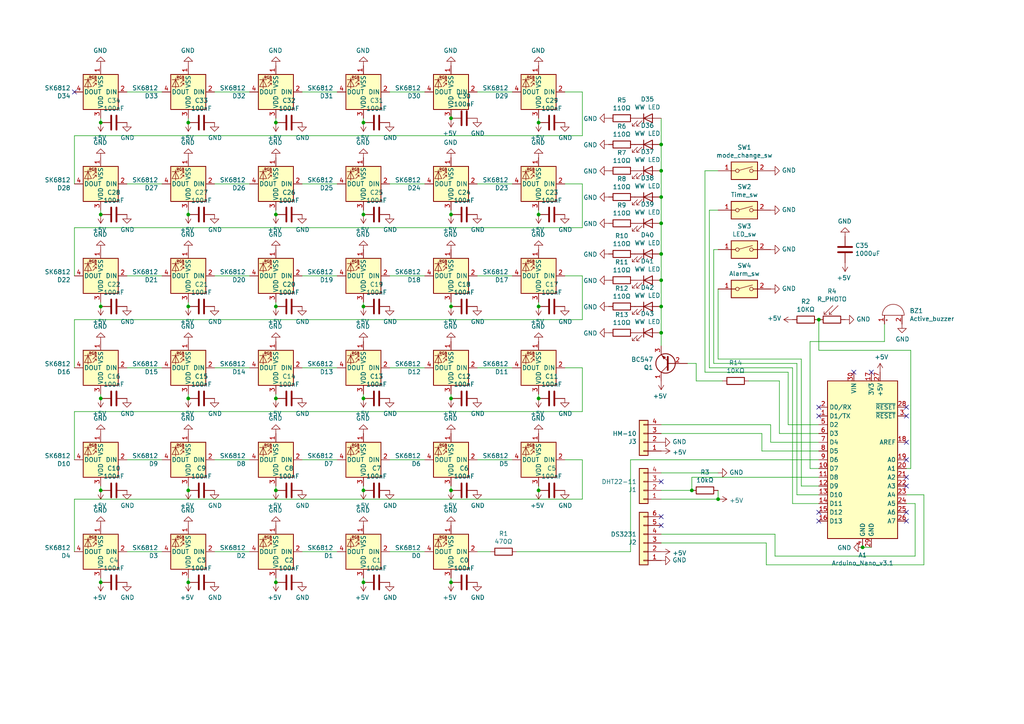
<source format=kicad_sch>
(kicad_sch (version 20211123) (generator eeschema)
  (paper "A4")
  (junction (at 80.01 115.57))
  (junction (at 130.81 34.29))
  (junction (at 130.81 62.23))
  (junction (at 191.77 81.28))
  (junction (at 29.21 62.23))
  (junction (at 105.41 62.23))
  (junction (at 54.61 168.91))
  (junction (at 54.61 62.23))
  (junction (at 191.77 49.53))
  (junction (at 29.21 88.9))
  (junction (at 156.21 35.56))
  (junction (at 191.77 96.52))
  (junction (at 200.66 142.24))
  (junction (at 191.77 64.77))
  (junction (at 29.21 168.91))
  (junction (at 80.01 168.91))
  (junction (at 54.61 35.56))
  (junction (at 130.81 168.91))
  (junction (at 29.21 115.57))
  (junction (at 191.77 88.9))
  (junction (at 54.61 142.24))
  (junction (at 105.41 142.24))
  (junction (at 80.01 142.24))
  (junction (at 105.41 168.91))
  (junction (at 156.21 88.9))
  (junction (at 54.61 88.9))
  (junction (at 130.81 88.9))
  (junction (at 29.21 142.24))
  (junction (at 191.77 73.66))
  (junction (at 191.77 41.91))
  (junction (at 156.21 115.57))
  (junction (at 54.61 115.57))
  (junction (at 250.19 158.75))
  (junction (at 29.21 35.56))
  (junction (at 105.41 35.56))
  (junction (at 237.49 92.71))
  (junction (at 191.77 57.15))
  (junction (at 80.01 88.9))
  (junction (at 208.28 144.78))
  (junction (at 105.41 115.57))
  (junction (at 105.41 88.9))
  (junction (at 130.81 142.24))
  (junction (at 156.21 142.24))
  (junction (at 156.21 62.23))
  (junction (at 130.81 115.57))
  (junction (at 80.01 35.56))
  (junction (at 80.01 62.23))
  (no_connect (at 262.89 138.43))
  (no_connect (at 21.59 26.67))
  (no_connect (at 237.49 148.59))
  (no_connect (at 252.73 107.95))
  (no_connect (at 262.89 140.97))
  (no_connect (at 237.49 118.11))
  (no_connect (at 191.77 152.4))
  (no_connect (at 237.49 151.13))
  (no_connect (at 262.89 148.59))
  (no_connect (at 262.89 151.13))
  (no_connect (at 191.77 139.7))
  (no_connect (at 237.49 120.65))
  (no_connect (at 262.89 118.11))
  (no_connect (at 247.65 107.95))
  (no_connect (at 262.89 120.65))
  (no_connect (at 191.77 149.86))
  (no_connect (at 262.89 128.27))
  (no_connect (at 262.89 133.35))
  (wire (pts (xy 223.52 123.19) (xy 191.77 123.19)))
  (wire (pts (xy 224.79 161.29) (xy 224.79 154.94)))
  (wire (pts (xy 21.59 92.71) (xy 168.91 92.71)))
  (wire (pts (xy 191.77 144.78) (xy 208.28 144.78)))
  (wire (pts (xy 228.6 123.19) (xy 237.49 123.19)))
  (wire (pts (xy 168.91 144.78) (xy 168.91 133.35)))
  (wire (pts (xy 130.81 114.3) (xy 130.81 115.57)))
  (wire (pts (xy 229.87 106.68) (xy 229.87 146.05)))
  (wire (pts (xy 207.01 72.39) (xy 208.28 72.39)))
  (wire (pts (xy 262.89 146.05) (xy 265.43 146.05)))
  (wire (pts (xy 237.49 101.6) (xy 237.49 92.71)))
  (wire (pts (xy 191.77 57.15) (xy 191.77 64.77)))
  (wire (pts (xy 156.21 114.3) (xy 156.21 115.57)))
  (wire (pts (xy 182.88 160.02) (xy 182.88 133.35)))
  (wire (pts (xy 72.39 53.34) (xy 62.23 53.34)))
  (wire (pts (xy 130.81 140.97) (xy 130.81 142.24)))
  (wire (pts (xy 130.81 87.63) (xy 130.81 88.9)))
  (wire (pts (xy 264.16 135.89) (xy 264.16 101.6)))
  (wire (pts (xy 29.21 114.3) (xy 29.21 115.57)))
  (wire (pts (xy 46.99 133.35) (xy 36.83 133.35)))
  (wire (pts (xy 105.41 114.3) (xy 105.41 115.57)))
  (wire (pts (xy 148.59 106.68) (xy 138.43 106.68)))
  (wire (pts (xy 97.79 160.02) (xy 87.63 160.02)))
  (wire (pts (xy 113.03 26.67) (xy 123.19 26.67)))
  (wire (pts (xy 201.93 110.49) (xy 201.93 105.41)))
  (wire (pts (xy 138.43 160.02) (xy 142.24 160.02)))
  (wire (pts (xy 21.59 66.04) (xy 168.91 66.04)))
  (wire (pts (xy 200.66 142.24) (xy 200.66 138.43)))
  (wire (pts (xy 87.63 26.67) (xy 97.79 26.67)))
  (wire (pts (xy 262.89 135.89) (xy 264.16 135.89)))
  (wire (pts (xy 105.41 140.97) (xy 105.41 142.24)))
  (wire (pts (xy 148.59 80.01) (xy 138.43 80.01)))
  (wire (pts (xy 191.77 137.16) (xy 208.28 137.16)))
  (wire (pts (xy 168.91 92.71) (xy 168.91 80.01)))
  (wire (pts (xy 226.06 110.49) (xy 217.17 110.49)))
  (wire (pts (xy 29.21 60.96) (xy 29.21 62.23)))
  (wire (pts (xy 191.77 49.53) (xy 191.77 57.15)))
  (wire (pts (xy 256.54 93.98) (xy 256.54 99.06)))
  (wire (pts (xy 201.93 105.41) (xy 199.39 105.41)))
  (wire (pts (xy 191.77 157.48) (xy 222.25 157.48)))
  (wire (pts (xy 46.99 106.68) (xy 36.83 106.68)))
  (wire (pts (xy 21.59 144.78) (xy 168.91 144.78)))
  (wire (pts (xy 265.43 161.29) (xy 224.79 161.29)))
  (wire (pts (xy 156.21 87.63) (xy 156.21 88.9)))
  (wire (pts (xy 223.52 128.27) (xy 223.52 123.19)))
  (wire (pts (xy 29.21 87.63) (xy 29.21 88.9)))
  (wire (pts (xy 21.59 119.38) (xy 168.91 119.38)))
  (wire (pts (xy 54.61 167.64) (xy 54.61 168.91)))
  (wire (pts (xy 80.01 34.29) (xy 80.01 35.56)))
  (wire (pts (xy 97.79 133.35) (xy 87.63 133.35)))
  (wire (pts (xy 72.39 133.35) (xy 62.23 133.35)))
  (wire (pts (xy 29.21 167.64) (xy 29.21 168.91)))
  (wire (pts (xy 222.25 163.83) (xy 267.97 163.83)))
  (wire (pts (xy 62.23 26.67) (xy 72.39 26.67)))
  (wire (pts (xy 29.21 34.29) (xy 29.21 35.56)))
  (wire (pts (xy 208.28 104.14) (xy 232.41 104.14)))
  (wire (pts (xy 130.81 33.02) (xy 130.81 34.29)))
  (wire (pts (xy 182.88 133.35) (xy 237.49 133.35)))
  (wire (pts (xy 209.55 110.49) (xy 201.93 110.49)))
  (wire (pts (xy 21.59 39.37) (xy 168.91 39.37)))
  (wire (pts (xy 21.59 106.68) (xy 21.59 92.71)))
  (wire (pts (xy 46.99 53.34) (xy 36.83 53.34)))
  (wire (pts (xy 200.66 138.43) (xy 237.49 138.43)))
  (wire (pts (xy 207.01 105.41) (xy 207.01 72.39)))
  (wire (pts (xy 191.77 142.24) (xy 200.66 142.24)))
  (wire (pts (xy 220.98 130.81) (xy 237.49 130.81)))
  (wire (pts (xy 205.74 106.68) (xy 229.87 106.68)))
  (wire (pts (xy 191.77 41.91) (xy 191.77 49.53)))
  (wire (pts (xy 191.77 81.28) (xy 191.77 88.9)))
  (wire (pts (xy 191.77 34.29) (xy 191.77 41.91)))
  (wire (pts (xy 231.14 105.41) (xy 231.14 143.51)))
  (wire (pts (xy 232.41 104.14) (xy 232.41 140.97)))
  (wire (pts (xy 21.59 80.01) (xy 21.59 66.04)))
  (wire (pts (xy 105.41 87.63) (xy 105.41 88.9)))
  (wire (pts (xy 267.97 143.51) (xy 262.89 143.51)))
  (wire (pts (xy 80.01 114.3) (xy 80.01 115.57)))
  (wire (pts (xy 220.98 125.73) (xy 220.98 130.81)))
  (wire (pts (xy 123.19 160.02) (xy 113.03 160.02)))
  (wire (pts (xy 54.61 114.3) (xy 54.61 115.57)))
  (wire (pts (xy 29.21 140.97) (xy 29.21 142.24)))
  (wire (pts (xy 80.01 60.96) (xy 80.01 62.23)))
  (wire (pts (xy 191.77 96.52) (xy 191.77 100.33)))
  (wire (pts (xy 21.59 53.34) (xy 21.59 39.37)))
  (wire (pts (xy 156.21 140.97) (xy 156.21 142.24)))
  (wire (pts (xy 191.77 73.66) (xy 191.77 81.28)))
  (wire (pts (xy 80.01 87.63) (xy 80.01 88.9)))
  (wire (pts (xy 21.59 160.02) (xy 21.59 144.78)))
  (wire (pts (xy 80.01 140.97) (xy 80.01 142.24)))
  (wire (pts (xy 72.39 106.68) (xy 62.23 106.68)))
  (wire (pts (xy 252.73 158.75) (xy 250.19 158.75)))
  (wire (pts (xy 130.81 167.64) (xy 130.81 168.91)))
  (wire (pts (xy 204.47 49.53) (xy 208.28 49.53)))
  (wire (pts (xy 264.16 101.6) (xy 237.49 101.6)))
  (wire (pts (xy 138.43 53.34) (xy 148.59 53.34)))
  (wire (pts (xy 265.43 146.05) (xy 265.43 161.29)))
  (wire (pts (xy 54.61 60.96) (xy 54.61 62.23)))
  (wire (pts (xy 168.91 119.38) (xy 168.91 106.68)))
  (wire (pts (xy 191.77 125.73) (xy 220.98 125.73)))
  (wire (pts (xy 156.21 60.96) (xy 156.21 62.23)))
  (wire (pts (xy 54.61 34.29) (xy 54.61 35.56)))
  (wire (pts (xy 168.91 39.37) (xy 168.91 26.67)))
  (wire (pts (xy 231.14 105.41) (xy 207.01 105.41)))
  (wire (pts (xy 191.77 88.9) (xy 191.77 96.52)))
  (wire (pts (xy 191.77 64.77) (xy 191.77 73.66)))
  (wire (pts (xy 97.79 80.01) (xy 87.63 80.01)))
  (wire (pts (xy 223.52 128.27) (xy 237.49 128.27)))
  (wire (pts (xy 156.21 34.29) (xy 156.21 35.56)))
  (wire (pts (xy 168.91 26.67) (xy 163.83 26.67)))
  (wire (pts (xy 105.41 34.29) (xy 105.41 35.56)))
  (wire (pts (xy 54.61 87.63) (xy 54.61 88.9)))
  (wire (pts (xy 72.39 160.02) (xy 62.23 160.02)))
  (wire (pts (xy 267.97 163.83) (xy 267.97 143.51)))
  (wire (pts (xy 123.19 53.34) (xy 113.03 53.34)))
  (wire (pts (xy 54.61 140.97) (xy 54.61 142.24)))
  (wire (pts (xy 234.95 135.89) (xy 237.49 135.89)))
  (wire (pts (xy 97.79 53.34) (xy 87.63 53.34)))
  (wire (pts (xy 224.79 154.94) (xy 191.77 154.94)))
  (wire (pts (xy 46.99 160.02) (xy 36.83 160.02)))
  (wire (pts (xy 123.19 80.01) (xy 113.03 80.01)))
  (wire (pts (xy 168.91 66.04) (xy 168.91 53.34)))
  (wire (pts (xy 130.81 60.96) (xy 130.81 62.23)))
  (wire (pts (xy 105.41 167.64) (xy 105.41 168.91)))
  (wire (pts (xy 204.47 107.95) (xy 204.47 49.53)))
  (wire (pts (xy 149.86 160.02) (xy 182.88 160.02)))
  (wire (pts (xy 168.91 106.68) (xy 163.83 106.68)))
  (wire (pts (xy 113.03 133.35) (xy 123.19 133.35)))
  (wire (pts (xy 229.87 146.05) (xy 237.49 146.05)))
  (wire (pts (xy 105.41 60.96) (xy 105.41 62.23)))
  (wire (pts (xy 208.28 60.96) (xy 205.74 60.96)))
  (wire (pts (xy 208.28 144.78) (xy 208.28 142.24)))
  (wire (pts (xy 256.54 99.06) (xy 234.95 99.06)))
  (wire (pts (xy 21.59 133.35) (xy 21.59 119.38)))
  (wire (pts (xy 237.49 143.51) (xy 231.14 143.51)))
  (wire (pts (xy 228.6 107.95) (xy 228.6 123.19)))
  (wire (pts (xy 205.74 60.96) (xy 205.74 106.68)))
  (wire (pts (xy 97.79 106.68) (xy 87.63 106.68)))
  (wire (pts (xy 72.39 80.01) (xy 62.23 80.01)))
  (wire (pts (xy 232.41 140.97) (xy 237.49 140.97)))
  (wire (pts (xy 228.6 107.95) (xy 204.47 107.95)))
  (wire (pts (xy 168.91 53.34) (xy 163.83 53.34)))
  (wire (pts (xy 168.91 133.35) (xy 163.83 133.35)))
  (wire (pts (xy 80.01 167.64) (xy 80.01 168.91)))
  (wire (pts (xy 46.99 80.01) (xy 36.83 80.01)))
  (wire (pts (xy 234.95 99.06) (xy 234.95 135.89)))
  (wire (pts (xy 222.25 157.48) (xy 222.25 163.83)))
  (wire (pts (xy 226.06 125.73) (xy 226.06 110.49)))
  (wire (pts (xy 208.28 83.82) (xy 208.28 104.14)))
  (wire (pts (xy 36.83 26.67) (xy 46.99 26.67)))
  (wire (pts (xy 168.91 80.01) (xy 163.83 80.01)))
  (wire (pts (xy 148.59 133.35) (xy 138.43 133.35)))
  (wire (pts (xy 123.19 106.68) (xy 113.03 106.68)))
  (wire (pts (xy 226.06 125.73) (xy 237.49 125.73)))
  (wire (pts (xy 138.43 26.67) (xy 148.59 26.67)))
  (symbol (lib_id "LED:SK6812") (at 130.81 160.02 180) (unit 1)
    (property "Reference" "D0" (at 122.0724 161.1884 0) (effects (justify left)))
    (property "Value" "SK6812" (at 122.0724 158.877 0) (effects (justify left)))
    (property "Footprint" "LED_SMD:LED_SK6812_PLCC4_5.0x5.0mm_P3.2mm" (effects hide))
    (property "Datasheet" "https://cdn-shop.adafruit.com/product-files/1138/SK6812+LED+datasheet+.pdf" (effects hide))
  )
  (symbol (lib_id "Switch:SW_DIP_x01") (at 215.9 72.39 0) (unit 1)
    (property "Reference" "SW3" (at 215.9 65.6082 0))
    (property "Value" "LED_sw" (at 215.9 67.9196 0))
    (property "Footprint" "parts:KLT_SW" (effects hide))
  )
  (symbol (lib_id "Switch:SW_DIP_x01") (at 215.9 60.96 0) (unit 1)
    (property "Reference" "SW2" (at 215.9 54.1782 0))
    (property "Value" "Time_sw" (at 215.9 56.4896 0))
    (property "Footprint" "parts:KLT_SW" (effects hide))
  )
  (symbol (lib_id "Device:R") (at 233.68 92.71 270) (unit 1)
    (property "Reference" "R2" (at 233.68 87.4522 90))
    (property "Value" "10KΩ" (at 233.68 89.7636 90))
    (property "Footprint" "Resistor_THT:R_Axial_DIN0207_L6.3mm_D2.5mm_P10.16mm_Horizontal" (effects hide))
  )
  (symbol (lib_id "LED:SK6812") (at 29.21 26.67 180) (unit 1)
    (property "Reference" "D34" (at 20.4724 27.8384 0) (effects (justify left)))
    (property "Value" "SK6812" (at 20.4724 25.527 0) (effects (justify left)))
    (property "Footprint" "LED_SMD:LED_SK6812_PLCC4_5.0x5.0mm_P3.2mm" (effects hide))
    (property "Datasheet" "https://cdn-shop.adafruit.com/product-files/1138/SK6812+LED+datasheet+.pdf" (effects hide))
  )
  (symbol (lib_id "LED:SK6812") (at 130.81 133.35 180) (unit 1)
    (property "Reference" "D6" (at 122.0724 134.5184 0) (effects (justify left)))
    (property "Value" "SK6812" (at 122.0724 132.207 0) (effects (justify left)))
    (property "Footprint" "LED_SMD:LED_SK6812_PLCC4_5.0x5.0mm_P3.2mm" (effects hide))
    (property "Datasheet" "https://cdn-shop.adafruit.com/product-files/1138/SK6812+LED+datasheet+.pdf" (effects hide))
  )
  (symbol (lib_id "LED:SK6812") (at 156.21 133.35 180) (unit 1)
    (property "Reference" "D5" (at 147.4724 134.5184 0) (effects (justify left)))
    (property "Value" "SK6812" (at 147.4724 132.207 0) (effects (justify left)))
    (property "Footprint" "LED_SMD:LED_SK6812_PLCC4_5.0x5.0mm_P3.2mm" (effects hide))
    (property "Datasheet" "https://cdn-shop.adafruit.com/product-files/1138/SK6812+LED+datasheet+.pdf" (effects hide))
  )
  (symbol (lib_id "Device:Q_NPN_CBE") (at 194.31 105.41 180) (unit 1)
    (property "Reference" "Q1" (at 189.4586 106.5784 0) (effects (justify left)))
    (property "Value" "BC547" (at 189.4586 104.267 0) (effects (justify left)))
    (property "Footprint" "parts:BC547" (effects hide))
  )
  (symbol (lib_id "LED:SK6812") (at 80.01 160.02 180) (unit 1)
    (property "Reference" "D2" (at 71.2724 161.1884 0) (effects (justify left)))
    (property "Value" "SK6812" (at 71.2724 158.877 0) (effects (justify left)))
    (property "Footprint" "LED_SMD:LED_SK6812_PLCC4_5.0x5.0mm_P3.2mm" (effects hide))
    (property "Datasheet" "https://cdn-shop.adafruit.com/product-files/1138/SK6812+LED+datasheet+.pdf" (effects hide))
  )
  (symbol (lib_id "LED:SK6812") (at 105.41 160.02 180) (unit 1)
    (property "Reference" "D1" (at 96.6724 161.1884 0) (effects (justify left)))
    (property "Value" "SK6812" (at 96.6724 158.877 0) (effects (justify left)))
    (property "Footprint" "LED_SMD:LED_SK6812_PLCC4_5.0x5.0mm_P3.2mm" (effects hide))
    (property "Datasheet" "https://cdn-shop.adafruit.com/product-files/1138/SK6812+LED+datasheet+.pdf" (effects hide))
  )
  (symbol (lib_id "Device:Buzzer") (at 259.08 91.44 90) (unit 1)
    (property "Reference" "BZ1" (at 263.8298 90.1446 90) (effects (justify right)))
    (property "Value" "Active_buzzer" (at 263.8298 92.456 90) (effects (justify right)))
    (property "Footprint" "parts:buzzer" (effects hide))
  )
  (symbol (lib_id "power:+5V") (at 229.87 92.71 90) (unit 1)
    (property "Reference" "#PWR0174" (effects hide))
    (property "Value" "+5V" (at 226.6188 92.329 90) (effects (justify left)))
  )
  (symbol (lib_id "Connector_Generic:Conn_01x04") (at 186.69 142.24 180) (unit 1)
    (property "Reference" "J1" (at 184.658 142.0368 0) (effects (justify left)))
    (property "Value" "DHT22-11" (at 184.658 139.7254 0) (effects (justify left)))
    (property "Footprint" "Connector_PinSocket_2.54mm:PinSocket_1x04_P2.54mm_Vertical" (effects hide))
  )
  (symbol (lib_id "LED:SK6812") (at 80.01 133.35 180) (unit 1)
    (property "Reference" "D8" (at 71.2724 134.5184 0) (effects (justify left)))
    (property "Value" "SK6812" (at 71.2724 132.207 0) (effects (justify left)))
    (property "Footprint" "LED_SMD:LED_SK6812_PLCC4_5.0x5.0mm_P3.2mm" (effects hide))
    (property "Datasheet" "https://cdn-shop.adafruit.com/product-files/1138/SK6812+LED+datasheet+.pdf" (effects hide))
  )
  (symbol (lib_id "LED:SK6812") (at 105.41 133.35 180) (unit 1)
    (property "Reference" "D7" (at 96.6724 134.5184 0) (effects (justify left)))
    (property "Value" "SK6812" (at 96.6724 132.207 0) (effects (justify left)))
    (property "Footprint" "LED_SMD:LED_SK6812_PLCC4_5.0x5.0mm_P3.2mm" (effects hide))
    (property "Datasheet" "https://cdn-shop.adafruit.com/product-files/1138/SK6812+LED+datasheet+.pdf" (effects hide))
  )
  (symbol (lib_id "Connector_Generic:Conn_01x06") (at 186.69 157.48 180) (unit 1)
    (property "Reference" "J2" (at 184.658 157.2768 0) (effects (justify left)))
    (property "Value" "DS3231" (at 184.658 154.9654 0) (effects (justify left)))
    (property "Footprint" "Connector_PinSocket_2.54mm:PinSocket_1x06_P2.54mm_Vertical" (effects hide))
  )
  (symbol (lib_id "power:GND") (at 245.11 92.71 90) (unit 1)
    (property "Reference" "#PWR0175" (effects hide))
    (property "Value" "GND" (at 248.3612 92.583 90) (effects (justify right)))
  )
  (symbol (lib_id "Device:R_PHOTO") (at 241.3 92.71 270) (unit 1)
    (property "Reference" "R4" (at 241.3 84.455 90))
    (property "Value" "R_PHOTO" (at 241.3 86.7664 90))
    (property "Footprint" "Resistor_THT:R_Axial_DIN0204_L3.6mm_D1.6mm_P2.54mm_Vertical" (effects hide))
  )
  (symbol (lib_id "Switch:SW_DIP_x01") (at 215.9 83.82 0) (unit 1)
    (property "Reference" "SW4" (at 215.9 77.0382 0))
    (property "Value" "Alarm_sw" (at 215.9 79.3496 0))
    (property "Footprint" "parts:KLT_SW" (effects hide))
  )
  (symbol (lib_id "power:+5V") (at 191.77 110.49 180) (unit 1)
    (property "Reference" "#PWR0176" (effects hide))
    (property "Value" "+5V" (at 191.389 114.8842 0))
  )
  (symbol (lib_id "power:GND") (at 261.62 93.98 0) (unit 1)
    (property "Reference" "#PWR0177" (effects hide))
    (property "Value" "GND" (at 261.747 98.3742 0))
  )
  (symbol (lib_id "Device:R") (at 146.05 160.02 270) (unit 1)
    (property "Reference" "R1" (at 146.05 154.7622 90))
    (property "Value" "470Ω" (at 146.05 157.0736 90))
    (property "Footprint" "Resistor_THT:R_Axial_DIN0207_L6.3mm_D2.5mm_P10.16mm_Horizontal" (effects hide))
  )
  (symbol (lib_id "LED:SK6812") (at 130.81 106.68 180) (unit 1)
    (property "Reference" "D12" (at 122.0724 107.8484 0) (effects (justify left)))
    (property "Value" "SK6812" (at 122.0724 105.537 0) (effects (justify left)))
    (property "Footprint" "LED_SMD:LED_SK6812_PLCC4_5.0x5.0mm_P3.2mm" (effects hide))
    (property "Datasheet" "https://cdn-shop.adafruit.com/product-files/1138/SK6812+LED+datasheet+.pdf" (effects hide))
  )
  (symbol (lib_id "LED:SK6812") (at 156.21 106.68 180) (unit 1)
    (property "Reference" "D11" (at 147.4724 107.8484 0) (effects (justify left)))
    (property "Value" "SK6812" (at 147.4724 105.537 0) (effects (justify left)))
    (property "Footprint" "LED_SMD:LED_SK6812_PLCC4_5.0x5.0mm_P3.2mm" (effects hide))
    (property "Datasheet" "https://cdn-shop.adafruit.com/product-files/1138/SK6812+LED+datasheet+.pdf" (effects hide))
  )
  (symbol (lib_id "LED:SK6812") (at 130.81 80.01 180) (unit 1)
    (property "Reference" "D18" (at 122.0724 81.1784 0) (effects (justify left)))
    (property "Value" "SK6812" (at 122.0724 78.867 0) (effects (justify left)))
    (property "Footprint" "LED_SMD:LED_SK6812_PLCC4_5.0x5.0mm_P3.2mm" (effects hide))
    (property "Datasheet" "https://cdn-shop.adafruit.com/product-files/1138/SK6812+LED+datasheet+.pdf" (effects hide))
  )
  (symbol (lib_id "LED:SK6812") (at 156.21 80.01 180) (unit 1)
    (property "Reference" "D17" (at 147.4724 81.1784 0) (effects (justify left)))
    (property "Value" "SK6812" (at 147.4724 78.867 0) (effects (justify left)))
    (property "Footprint" "LED_SMD:LED_SK6812_PLCC4_5.0x5.0mm_P3.2mm" (effects hide))
    (property "Datasheet" "https://cdn-shop.adafruit.com/product-files/1138/SK6812+LED+datasheet+.pdf" (effects hide))
  )
  (symbol (lib_id "LED:SK6812") (at 80.01 106.68 180) (unit 1)
    (property "Reference" "D14" (at 71.2724 107.8484 0) (effects (justify left)))
    (property "Value" "SK6812" (at 71.2724 105.537 0) (effects (justify left)))
    (property "Footprint" "LED_SMD:LED_SK6812_PLCC4_5.0x5.0mm_P3.2mm" (effects hide))
    (property "Datasheet" "https://cdn-shop.adafruit.com/product-files/1138/SK6812+LED+datasheet+.pdf" (effects hide))
  )
  (symbol (lib_id "LED:SK6812") (at 105.41 106.68 180) (unit 1)
    (property "Reference" "D13" (at 96.6724 107.8484 0) (effects (justify left)))
    (property "Value" "SK6812" (at 96.6724 105.537 0) (effects (justify left)))
    (property "Footprint" "LED_SMD:LED_SK6812_PLCC4_5.0x5.0mm_P3.2mm" (effects hide))
    (property "Datasheet" "https://cdn-shop.adafruit.com/product-files/1138/SK6812+LED+datasheet+.pdf" (effects hide))
  )
  (symbol (lib_id "LED:SK6812") (at 80.01 80.01 180) (unit 1)
    (property "Reference" "D20" (at 71.2724 81.1784 0) (effects (justify left)))
    (property "Value" "SK6812" (at 71.2724 78.867 0) (effects (justify left)))
    (property "Footprint" "LED_SMD:LED_SK6812_PLCC4_5.0x5.0mm_P3.2mm" (effects hide))
    (property "Datasheet" "https://cdn-shop.adafruit.com/product-files/1138/SK6812+LED+datasheet+.pdf" (effects hide))
  )
  (symbol (lib_id "LED:SK6812") (at 105.41 80.01 180) (unit 1)
    (property "Reference" "D19" (at 96.6724 81.1784 0) (effects (justify left)))
    (property "Value" "SK6812" (at 96.6724 78.867 0) (effects (justify left)))
    (property "Footprint" "LED_SMD:LED_SK6812_PLCC4_5.0x5.0mm_P3.2mm" (effects hide))
    (property "Datasheet" "https://cdn-shop.adafruit.com/product-files/1138/SK6812+LED+datasheet+.pdf" (effects hide))
  )
  (symbol (lib_id "Device:R") (at 204.47 142.24 90) (unit 1)
    (property "Reference" "R3" (at 204.47 136.9822 90))
    (property "Value" "10kΩ" (at 204.47 139.2936 90))
    (property "Footprint" "Resistor_THT:R_Axial_DIN0207_L6.3mm_D2.5mm_P10.16mm_Horizontal" (effects hide))
  )
  (symbol (lib_id "LED:SK6812") (at 130.81 53.34 180) (unit 1)
    (property "Reference" "D24" (at 122.0724 54.5084 0) (effects (justify left)))
    (property "Value" "SK6812" (at 122.0724 52.197 0) (effects (justify left)))
    (property "Footprint" "LED_SMD:LED_SK6812_PLCC4_5.0x5.0mm_P3.2mm" (effects hide))
    (property "Datasheet" "https://cdn-shop.adafruit.com/product-files/1138/SK6812+LED+datasheet+.pdf" (effects hide))
  )
  (symbol (lib_id "LED:SK6812") (at 156.21 53.34 180) (unit 1)
    (property "Reference" "D23" (at 147.4724 54.5084 0) (effects (justify left)))
    (property "Value" "SK6812" (at 147.4724 52.197 0) (effects (justify left)))
    (property "Footprint" "LED_SMD:LED_SK6812_PLCC4_5.0x5.0mm_P3.2mm" (effects hide))
    (property "Datasheet" "https://cdn-shop.adafruit.com/product-files/1138/SK6812+LED+datasheet+.pdf" (effects hide))
  )
  (symbol (lib_id "LED:SK6812") (at 130.81 26.67 180) (unit 1)
    (property "Reference" "D30" (at 122.0724 27.8384 0) (effects (justify left)))
    (property "Value" "SK6812" (at 122.0724 25.527 0) (effects (justify left)))
    (property "Footprint" "LED_SMD:LED_SK6812_PLCC4_5.0x5.0mm_P3.2mm" (effects hide))
    (property "Datasheet" "https://cdn-shop.adafruit.com/product-files/1138/SK6812+LED+datasheet+.pdf" (effects hide))
  )
  (symbol (lib_id "LED:SK6812") (at 156.21 26.67 180) (unit 1)
    (property "Reference" "D29" (at 147.4724 27.8384 0) (effects (justify left)))
    (property "Value" "SK6812" (at 147.4724 25.527 0) (effects (justify left)))
    (property "Footprint" "LED_SMD:LED_SK6812_PLCC4_5.0x5.0mm_P3.2mm" (effects hide))
    (property "Datasheet" "https://cdn-shop.adafruit.com/product-files/1138/SK6812+LED+datasheet+.pdf" (effects hide))
  )
  (symbol (lib_id "LED:SK6812") (at 80.01 53.34 180) (unit 1)
    (property "Reference" "D26" (at 71.2724 54.5084 0) (effects (justify left)))
    (property "Value" "SK6812" (at 71.2724 52.197 0) (effects (justify left)))
    (property "Footprint" "LED_SMD:LED_SK6812_PLCC4_5.0x5.0mm_P3.2mm" (effects hide))
    (property "Datasheet" "https://cdn-shop.adafruit.com/product-files/1138/SK6812+LED+datasheet+.pdf" (effects hide))
  )
  (symbol (lib_id "LED:SK6812") (at 105.41 53.34 180) (unit 1)
    (property "Reference" "D25" (at 96.6724 54.5084 0) (effects (justify left)))
    (property "Value" "SK6812" (at 96.6724 52.197 0) (effects (justify left)))
    (property "Footprint" "LED_SMD:LED_SK6812_PLCC4_5.0x5.0mm_P3.2mm" (effects hide))
    (property "Datasheet" "https://cdn-shop.adafruit.com/product-files/1138/SK6812+LED+datasheet+.pdf" (effects hide))
  )
  (symbol (lib_id "LED:SK6812") (at 80.01 26.67 180) (unit 1)
    (property "Reference" "D32" (at 71.2724 27.8384 0) (effects (justify left)))
    (property "Value" "SK6812" (at 71.2724 25.527 0) (effects (justify left)))
    (property "Footprint" "LED_SMD:LED_SK6812_PLCC4_5.0x5.0mm_P3.2mm" (effects hide))
    (property "Datasheet" "https://cdn-shop.adafruit.com/product-files/1138/SK6812+LED+datasheet+.pdf" (effects hide))
  )
  (symbol (lib_id "LED:SK6812") (at 105.41 26.67 180) (unit 1)
    (property "Reference" "D31" (at 96.6724 27.8384 0) (effects (justify left)))
    (property "Value" "SK6812" (at 96.6724 25.527 0) (effects (justify left)))
    (property "Footprint" "LED_SMD:LED_SK6812_PLCC4_5.0x5.0mm_P3.2mm" (effects hide))
    (property "Datasheet" "https://cdn-shop.adafruit.com/product-files/1138/SK6812+LED+datasheet+.pdf" (effects hide))
  )
  (symbol (lib_id "power:+5V") (at 208.28 144.78 270) (unit 1)
    (property "Reference" "#PWR0178" (effects hide))
    (property "Value" "+5V" (at 211.5312 145.161 90) (effects (justify left)))
  )
  (symbol (lib_id "power:+5V") (at 245.11 76.2 180) (unit 1)
    (property "Reference" "#PWR0182" (effects hide))
    (property "Value" "+5V" (at 244.729 80.5942 0))
  )
  (symbol (lib_id "power:GND") (at 245.11 68.58 180) (unit 1)
    (property "Reference" "#PWR0171" (effects hide))
    (property "Value" "GND" (at 244.983 64.1858 0))
  )
  (symbol (lib_id "power:GND") (at 250.19 158.75 270) (unit 1)
    (property "Reference" "#PWR0183" (effects hide))
    (property "Value" "GND" (at 246.9388 158.877 90) (effects (justify right)))
  )
  (symbol (lib_id "LED:SK6812") (at 29.21 160.02 180) (unit 1)
    (property "Reference" "D4" (at 20.4724 161.1884 0) (effects (justify left)))
    (property "Value" "SK6812" (at 20.4724 158.877 0) (effects (justify left)))
    (property "Footprint" "LED_SMD:LED_SK6812_PLCC4_5.0x5.0mm_P3.2mm" (effects hide))
    (property "Datasheet" "https://cdn-shop.adafruit.com/product-files/1138/SK6812+LED+datasheet+.pdf" (effects hide))
  )
  (symbol (lib_id "LED:SK6812") (at 54.61 160.02 180) (unit 1)
    (property "Reference" "D3" (at 45.8724 161.1884 0) (effects (justify left)))
    (property "Value" "SK6812" (at 45.8724 158.877 0) (effects (justify left)))
    (property "Footprint" "LED_SMD:LED_SK6812_PLCC4_5.0x5.0mm_P3.2mm" (effects hide))
    (property "Datasheet" "https://cdn-shop.adafruit.com/product-files/1138/SK6812+LED+datasheet+.pdf" (effects hide))
  )
  (symbol (lib_id "LED:SK6812") (at 29.21 133.35 180) (unit 1)
    (property "Reference" "D10" (at 20.4724 134.5184 0) (effects (justify left)))
    (property "Value" "SK6812" (at 20.4724 132.207 0) (effects (justify left)))
    (property "Footprint" "LED_SMD:LED_SK6812_PLCC4_5.0x5.0mm_P3.2mm" (effects hide))
    (property "Datasheet" "https://cdn-shop.adafruit.com/product-files/1138/SK6812+LED+datasheet+.pdf" (effects hide))
  )
  (symbol (lib_id "LED:SK6812") (at 54.61 133.35 180) (unit 1)
    (property "Reference" "D9" (at 45.8724 134.5184 0) (effects (justify left)))
    (property "Value" "SK6812" (at 45.8724 132.207 0) (effects (justify left)))
    (property "Footprint" "LED_SMD:LED_SK6812_PLCC4_5.0x5.0mm_P3.2mm" (effects hide))
    (property "Datasheet" "https://cdn-shop.adafruit.com/product-files/1138/SK6812+LED+datasheet+.pdf" (effects hide))
  )
  (symbol (lib_id "LED:SK6812") (at 29.21 106.68 180) (unit 1)
    (property "Reference" "D16" (at 20.4724 107.8484 0) (effects (justify left)))
    (property "Value" "SK6812" (at 20.4724 105.537 0) (effects (justify left)))
    (property "Footprint" "LED_SMD:LED_SK6812_PLCC4_5.0x5.0mm_P3.2mm" (effects hide))
    (property "Datasheet" "https://cdn-shop.adafruit.com/product-files/1138/SK6812+LED+datasheet+.pdf" (effects hide))
  )
  (symbol (lib_id "LED:SK6812") (at 54.61 106.68 180) (unit 1)
    (property "Reference" "D15" (at 45.8724 107.8484 0) (effects (justify left)))
    (property "Value" "SK6812" (at 45.8724 105.537 0) (effects (justify left)))
    (property "Footprint" "LED_SMD:LED_SK6812_PLCC4_5.0x5.0mm_P3.2mm" (effects hide))
    (property "Datasheet" "https://cdn-shop.adafruit.com/product-files/1138/SK6812+LED+datasheet+.pdf" (effects hide))
  )
  (symbol (lib_id "LED:SK6812") (at 29.21 80.01 180) (unit 1)
    (property "Reference" "D22" (at 20.4724 81.1784 0) (effects (justify left)))
    (property "Value" "SK6812" (at 20.4724 78.867 0) (effects (justify left)))
    (property "Footprint" "LED_SMD:LED_SK6812_PLCC4_5.0x5.0mm_P3.2mm" (effects hide))
    (property "Datasheet" "https://cdn-shop.adafruit.com/product-files/1138/SK6812+LED+datasheet+.pdf" (effects hide))
  )
  (symbol (lib_id "LED:SK6812") (at 54.61 80.01 180) (unit 1)
    (property "Reference" "D21" (at 45.8724 81.1784 0) (effects (justify left)))
    (property "Value" "SK6812" (at 45.8724 78.867 0) (effects (justify left)))
    (property "Footprint" "LED_SMD:LED_SK6812_PLCC4_5.0x5.0mm_P3.2mm" (effects hide))
    (property "Datasheet" "https://cdn-shop.adafruit.com/product-files/1138/SK6812+LED+datasheet+.pdf" (effects hide))
  )
  (symbol (lib_id "LED:SK6812") (at 29.21 53.34 180) (unit 1)
    (property "Reference" "D28" (at 20.4724 54.5084 0) (effects (justify left)))
    (property "Value" "SK6812" (at 20.4724 52.197 0) (effects (justify left)))
    (property "Footprint" "LED_SMD:LED_SK6812_PLCC4_5.0x5.0mm_P3.2mm" (effects hide))
    (property "Datasheet" "https://cdn-shop.adafruit.com/product-files/1138/SK6812+LED+datasheet+.pdf" (effects hide))
  )
  (symbol (lib_id "LED:SK6812") (at 54.61 53.34 180) (unit 1)
    (property "Reference" "D27" (at 45.8724 54.5084 0) (effects (justify left)))
    (property "Value" "SK6812" (at 45.8724 52.197 0) (effects (justify left)))
    (property "Footprint" "LED_SMD:LED_SK6812_PLCC4_5.0x5.0mm_P3.2mm" (effects hide))
    (property "Datasheet" "https://cdn-shop.adafruit.com/product-files/1138/SK6812+LED+datasheet+.pdf" (effects hide))
  )
  (symbol (lib_id "LED:SK6812") (at 54.61 26.67 180) (unit 1)
    (property "Reference" "D33" (at 45.8724 27.8384 0) (effects (justify left)))
    (property "Value" "SK6812" (at 45.8724 25.527 0) (effects (justify left)))
    (property "Footprint" "LED_SMD:LED_SK6812_PLCC4_5.0x5.0mm_P3.2mm" (effects hide))
    (property "Datasheet" "https://cdn-shop.adafruit.com/product-files/1138/SK6812+LED+datasheet+.pdf" (effects hide))
  )
  (symbol (lib_id "MCU_Module:Arduino_Nano_v3.x") (at 250.19 133.35 0) (unit 1)
    (property "Reference" "A1" (at 250.19 161.0106 0))
    (property "Value" "Arduino_Nano_v3.1" (at 250.19 163.322 0))
    (property "Footprint" "Module:Arduino_Nano" (effects hide))
    (property "Datasheet" "http://www.mouser.com/pdfdocs/Gravitech_Arduino_Nano3_0.pdf" (effects hide))
  )
  (symbol (lib_id "power:+5V") (at 191.77 160.02 270) (unit 1)
    (property "Reference" "#PWR0179" (effects hide))
    (property "Value" "+5V" (at 195.0212 160.401 90) (effects (justify left)))
  )
  (symbol (lib_id "power:GND") (at 191.77 162.56 90) (unit 1)
    (property "Reference" "#PWR0180" (effects hide))
    (property "Value" "GND" (at 195.0212 162.433 90) (effects (justify right)))
  )
  (symbol (lib_id "power:GND") (at 208.28 137.16 90) (unit 1)
    (property "Reference" "#PWR0181" (effects hide))
    (property "Value" "GND" (at 211.5312 137.033 90) (effects (justify right)))
  )
  (symbol (lib_id "power:+5V") (at 255.27 107.95 0) (unit 1)
    (property "Reference" "#PWR0172" (effects hide))
    (property "Value" "+5V" (at 255.651 103.5558 0))
  )
  (symbol (lib_id "Device:LED") (at 187.96 41.91 0) (unit 1)
    (property "Reference" "D36" (at 187.7822 36.3982 0))
    (property "Value" "WW LED" (at 187.7822 38.7096 0))
    (property "Footprint" "LED_SMD:LED_1206_3216Metric_Pad1.42x1.75mm_HandSolder" (effects hide))
  )
  (symbol (lib_id "Device:LED") (at 187.96 49.53 0) (unit 1)
    (property "Reference" "D37" (at 187.7822 44.0182 0))
    (property "Value" "WW LED" (at 187.7822 46.3296 0))
    (property "Footprint" "LED_SMD:LED_1206_3216Metric_Pad1.42x1.75mm_HandSolder" (effects hide))
  )
  (symbol (lib_id "Device:LED") (at 187.96 57.15 0) (unit 1)
    (property "Reference" "D38" (at 187.7822 51.6382 0))
    (property "Value" "WW LED" (at 187.7822 53.9496 0))
    (property "Footprint" "LED_SMD:LED_1206_3216Metric_Pad1.42x1.75mm_HandSolder" (effects hide))
  )
  (symbol (lib_id "Device:LED") (at 187.96 64.77 0) (unit 1)
    (property "Reference" "D39" (at 187.7822 59.2582 0))
    (property "Value" "WW LED" (at 187.7822 61.5696 0))
    (property "Footprint" "LED_SMD:LED_1206_3216Metric_Pad1.42x1.75mm_HandSolder" (effects hide))
  )
  (symbol (lib_id "Device:LED") (at 187.96 73.66 0) (unit 1)
    (property "Reference" "D40" (at 187.7822 68.1482 0))
    (property "Value" "WW LED" (at 187.7822 70.4596 0))
    (property "Footprint" "LED_SMD:LED_1206_3216Metric_Pad1.42x1.75mm_HandSolder" (effects hide))
  )
  (symbol (lib_id "Device:LED") (at 187.96 81.28 0) (unit 1)
    (property "Reference" "D41" (at 187.7822 75.7682 0))
    (property "Value" "WW LED" (at 187.7822 78.0796 0))
    (property "Footprint" "LED_SMD:LED_1206_3216Metric_Pad1.42x1.75mm_HandSolder" (effects hide))
  )
  (symbol (lib_id "Device:LED") (at 187.96 88.9 0) (unit 1)
    (property "Reference" "D42" (at 187.7822 83.3882 0))
    (property "Value" "WW LED" (at 187.7822 85.6996 0))
    (property "Footprint" "LED_SMD:LED_1206_3216Metric_Pad1.42x1.75mm_HandSolder" (effects hide))
  )
  (symbol (lib_id "power:GND") (at 176.53 34.29 270) (unit 1)
    (property "Reference" "#PWR0173" (effects hide))
    (property "Value" "GND" (at 173.2788 34.417 90) (effects (justify right)))
  )
  (symbol (lib_id "Switch:SW_DIP_x01") (at 215.9 49.53 0) (unit 1)
    (property "Reference" "SW1" (at 215.9 42.7482 0))
    (property "Value" "mode_change_sw" (at 215.9 45.0596 0))
    (property "Footprint" "parts:SMDbutton" (effects hide))
  )
  (symbol (lib_id "Device:C") (at 245.11 72.39 0) (unit 1)
    (property "Reference" "C35" (at 248.031 71.2216 0) (effects (justify left)))
    (property "Value" "1000uF" (at 248.031 73.533 0) (effects (justify left)))
    (property "Footprint" "parts:C_K14" (effects hide))
  )
  (symbol (lib_id "power:GND") (at 223.52 49.53 90) (unit 1)
    (property "Reference" "#PWR0113" (effects hide))
    (property "Value" "GND" (at 226.7712 49.403 90) (effects (justify right)))
  )
  (symbol (lib_id "Connector_Generic:Conn_01x04") (at 186.69 128.27 180) (unit 1)
    (property "Reference" "J3" (at 184.658 128.0668 0) (effects (justify left)))
    (property "Value" "HM-10" (at 184.658 125.7554 0) (effects (justify left)))
    (property "Footprint" "Connector_PinSocket_2.54mm:PinSocket_1x04_P2.54mm_Vertical" (effects hide))
  )
  (symbol (lib_id "power:+5V") (at 191.77 130.81 270) (unit 1)
    (property "Reference" "#PWR0114" (effects hide))
    (property "Value" "+5V" (at 195.0212 131.191 90) (effects (justify left)))
  )
  (symbol (lib_id "power:GND") (at 191.77 128.27 90) (unit 1)
    (property "Reference" "#PWR0115" (effects hide))
    (property "Value" "GND" (at 195.0212 128.143 90) (effects (justify right)))
  )
  (symbol (lib_id "Device:LED") (at 187.96 96.52 0) (unit 1)
    (property "Reference" "D43" (at 187.7822 91.0082 0))
    (property "Value" "WW LED" (at 187.7822 93.3196 0))
    (property "Footprint" "LED_SMD:LED_1206_3216Metric_Pad1.42x1.75mm_HandSolder" (effects hide))
  )
  (symbol (lib_id "Device:LED") (at 187.96 34.29 0) (unit 1)
    (property "Reference" "D35" (at 187.7822 28.7782 0))
    (property "Value" "WW LED" (at 187.7822 31.0896 0))
    (property "Footprint" "LED_SMD:LED_1206_3216Metric_Pad1.42x1.75mm_HandSolder" (effects hide))
  )
  (symbol (lib_id "power:GND") (at 156.21 72.39 180) (unit 1)
    (property "Reference" "#PWR0111" (effects hide))
    (property "Value" "GND" (at 156.083 67.9958 0))
  )
  (symbol (lib_id "power:GND") (at 130.81 72.39 180) (unit 1)
    (property "Reference" "#PWR0112" (effects hide))
    (property "Value" "GND" (at 130.683 67.9958 0))
  )
  (symbol (lib_id "power:GND") (at 105.41 72.39 180) (unit 1)
    (property "Reference" "#PWR0116" (effects hide))
    (property "Value" "GND" (at 105.283 67.9958 0))
  )
  (symbol (lib_id "Device:R") (at 213.36 110.49 270) (unit 1)
    (property "Reference" "R14" (at 213.36 105.2322 90))
    (property "Value" "10KΩ" (at 213.36 107.5436 90))
    (property "Footprint" "Resistor_THT:R_Axial_DIN0207_L6.3mm_D2.5mm_P10.16mm_Horizontal" (effects hide))
  )
  (symbol (lib_id "power:GND") (at 80.01 72.39 180) (unit 1)
    (property "Reference" "#PWR0117" (effects hide))
    (property "Value" "GND" (at 79.883 67.9958 0))
  )
  (symbol (lib_id "power:GND") (at 54.61 72.39 180) (unit 1)
    (property "Reference" "#PWR0118" (effects hide))
    (property "Value" "GND" (at 54.483 67.9958 0))
  )
  (symbol (lib_id "power:GND") (at 29.21 72.39 180) (unit 1)
    (property "Reference" "#PWR0119" (effects hide))
    (property "Value" "GND" (at 29.083 67.9958 0))
  )
  (symbol (lib_id "Device:R") (at 180.34 34.29 270) (unit 1)
    (property "Reference" "R5" (at 180.34 29.0322 90))
    (property "Value" "110Ω" (at 180.34 31.3436 90))
    (property "Footprint" "Resistor_SMD:R_1206_3216Metric_Pad1.30x1.75mm_HandSolder" (effects hide))
  )
  (symbol (lib_id "power:GND") (at 176.53 41.91 270) (unit 1)
    (property "Reference" "#PWR017" (effects hide))
    (property "Value" "GND" (at 173.2788 42.037 90) (effects (justify right)))
  )
  (symbol (lib_id "Device:R") (at 180.34 41.91 270) (unit 1)
    (property "Reference" "R6" (at 180.34 36.6522 90))
    (property "Value" "110Ω" (at 180.34 38.9636 90))
    (property "Footprint" "Resistor_SMD:R_1206_3216Metric_Pad1.30x1.75mm_HandSolder" (effects hide))
  )
  (symbol (lib_id "power:GND") (at 176.53 49.53 270) (unit 1)
    (property "Reference" "#PWR024" (effects hide))
    (property "Value" "GND" (at 173.2788 49.657 90) (effects (justify right)))
  )
  (symbol (lib_id "Device:R") (at 180.34 49.53 270) (unit 1)
    (property "Reference" "R7" (at 180.34 44.2722 90))
    (property "Value" "110Ω" (at 180.34 46.5836 90))
    (property "Footprint" "Resistor_SMD:R_1206_3216Metric_Pad1.30x1.75mm_HandSolder" (effects hide))
  )
  (symbol (lib_id "power:GND") (at 176.53 57.15 270) (unit 1)
    (property "Reference" "#PWR025" (effects hide))
    (property "Value" "GND" (at 173.2788 57.277 90) (effects (justify right)))
  )
  (symbol (lib_id "Device:R") (at 180.34 57.15 270) (unit 1)
    (property "Reference" "R8" (at 180.34 51.8922 90))
    (property "Value" "110Ω" (at 180.34 54.2036 90))
    (property "Footprint" "Resistor_SMD:R_1206_3216Metric_Pad1.30x1.75mm_HandSolder" (effects hide))
  )
  (symbol (lib_id "power:GND") (at 176.53 64.77 270) (unit 1)
    (property "Reference" "#PWR038" (effects hide))
    (property "Value" "GND" (at 173.2788 64.897 90) (effects (justify right)))
  )
  (symbol (lib_id "Device:R") (at 180.34 64.77 270) (unit 1)
    (property "Reference" "R9" (at 180.34 59.5122 90))
    (property "Value" "110Ω" (at 180.34 61.8236 90))
    (property "Footprint" "Resistor_SMD:R_1206_3216Metric_Pad1.30x1.75mm_HandSolder" (effects hide))
  )
  (symbol (lib_id "power:GND") (at 176.53 73.66 270) (unit 1)
    (property "Reference" "#PWR039" (effects hide))
    (property "Value" "GND" (at 173.2788 73.787 90) (effects (justify right)))
  )
  (symbol (lib_id "Device:R") (at 180.34 73.66 270) (unit 1)
    (property "Reference" "R10" (at 180.34 68.4022 90))
    (property "Value" "110Ω" (at 180.34 70.7136 90))
    (property "Footprint" "Resistor_SMD:R_1206_3216Metric_Pad1.30x1.75mm_HandSolder" (effects hide))
  )
  (symbol (lib_id "power:GND") (at 176.53 81.28 270) (unit 1)
    (property "Reference" "#PWR040" (effects hide))
    (property "Value" "GND" (at 173.2788 81.407 90) (effects (justify right)))
  )
  (symbol (lib_id "Device:R") (at 180.34 81.28 270) (unit 1)
    (property "Reference" "R11" (at 180.34 76.0222 90))
    (property "Value" "110Ω" (at 180.34 78.3336 90))
    (property "Footprint" "Resistor_SMD:R_1206_3216Metric_Pad1.30x1.75mm_HandSolder" (effects hide))
  )
  (symbol (lib_id "power:GND") (at 176.53 88.9 270) (unit 1)
    (property "Reference" "#PWR053" (effects hide))
    (property "Value" "GND" (at 173.2788 89.027 90) (effects (justify right)))
  )
  (symbol (lib_id "Device:R") (at 180.34 88.9 270) (unit 1)
    (property "Reference" "R12" (at 180.34 83.6422 90))
    (property "Value" "110Ω" (at 180.34 85.9536 90))
    (property "Footprint" "Resistor_SMD:R_1206_3216Metric_Pad1.30x1.75mm_HandSolder" (effects hide))
  )
  (symbol (lib_id "power:GND") (at 176.53 96.52 270) (unit 1)
    (property "Reference" "#PWR054" (effects hide))
    (property "Value" "GND" (at 173.2788 96.647 90) (effects (justify right)))
  )
  (symbol (lib_id "Device:R") (at 180.34 96.52 270) (unit 1)
    (property "Reference" "R13" (at 180.34 91.2622 90))
    (property "Value" "110Ω" (at 180.34 93.5736 90))
    (property "Footprint" "Resistor_SMD:R_1206_3216Metric_Pad1.30x1.75mm_HandSolder" (effects hide))
  )
  (symbol (lib_id "power:+5V") (at 130.81 168.91 180) (unit 1)
    (property "Reference" "#PWR0104" (effects hide))
    (property "Value" "+5V" (at 130.429 173.3042 0))
  )
  (symbol (lib_id "Device:C") (at 134.62 168.91 270) (unit 1)
    (property "Reference" "C0" (at 134.62 162.5092 90))
    (property "Value" "100nF" (at 134.62 164.8206 90))
    (property "Footprint" "Capacitor_SMD:C_1206_3216Metric_Pad1.33x1.80mm_HandSolder" (effects hide))
  )
  (symbol (lib_id "power:GND") (at 138.43 168.91 0) (unit 1)
    (property "Reference" "#PWR0105" (effects hide))
    (property "Value" "GND" (at 138.557 173.3042 0))
  )
  (symbol (lib_id "power:GND") (at 130.81 152.4 180) (unit 1)
    (property "Reference" "#PWR095" (effects hide))
    (property "Value" "GND" (at 130.683 148.0058 0))
  )
  (symbol (lib_id "power:GND") (at 105.41 152.4 180) (unit 1)
    (property "Reference" "#PWR094" (effects hide))
    (property "Value" "GND" (at 105.283 148.0058 0))
  )
  (symbol (lib_id "power:GND") (at 80.01 152.4 180) (unit 1)
    (property "Reference" "#PWR093" (effects hide))
    (property "Value" "GND" (at 79.883 148.0058 0))
  )
  (symbol (lib_id "power:GND") (at 54.61 152.4 180) (unit 1)
    (property "Reference" "#PWR092" (effects hide))
    (property "Value" "GND" (at 54.483 148.0058 0))
  )
  (symbol (lib_id "power:GND") (at 29.21 152.4 180) (unit 1)
    (property "Reference" "#PWR091" (effects hide))
    (property "Value" "GND" (at 29.083 148.0058 0))
  )
  (symbol (lib_id "power:GND") (at 29.21 125.73 180) (unit 1)
    (property "Reference" "#PWR073" (effects hide))
    (property "Value" "GND" (at 29.083 121.3358 0))
  )
  (symbol (lib_id "power:GND") (at 54.61 125.73 180) (unit 1)
    (property "Reference" "#PWR074" (effects hide))
    (property "Value" "GND" (at 54.483 121.3358 0))
  )
  (symbol (lib_id "power:GND") (at 80.01 125.73 180) (unit 1)
    (property "Reference" "#PWR075" (effects hide))
    (property "Value" "GND" (at 79.883 121.3358 0))
  )
  (symbol (lib_id "power:GND") (at 105.41 125.73 180) (unit 1)
    (property "Reference" "#PWR076" (effects hide))
    (property "Value" "GND" (at 105.283 121.3358 0))
  )
  (symbol (lib_id "power:GND") (at 130.81 125.73 180) (unit 1)
    (property "Reference" "#PWR077" (effects hide))
    (property "Value" "GND" (at 130.683 121.3358 0))
  )
  (symbol (lib_id "power:GND") (at 156.21 125.73 180) (unit 1)
    (property "Reference" "#PWR078" (effects hide))
    (property "Value" "GND" (at 156.083 121.3358 0))
  )
  (symbol (lib_id "power:GND") (at 156.21 99.06 180) (unit 1)
    (property "Reference" "#PWR060" (effects hide))
    (property "Value" "GND" (at 156.083 94.6658 0))
  )
  (symbol (lib_id "power:GND") (at 130.81 99.06 180) (unit 1)
    (property "Reference" "#PWR059" (effects hide))
    (property "Value" "GND" (at 130.683 94.6658 0))
  )
  (symbol (lib_id "power:GND") (at 105.41 99.06 180) (unit 1)
    (property "Reference" "#PWR058" (effects hide))
    (property "Value" "GND" (at 105.283 94.6658 0))
  )
  (symbol (lib_id "power:GND") (at 80.01 99.06 180) (unit 1)
    (property "Reference" "#PWR057" (effects hide))
    (property "Value" "GND" (at 79.883 94.6658 0))
  )
  (symbol (lib_id "power:GND") (at 54.61 99.06 180) (unit 1)
    (property "Reference" "#PWR056" (effects hide))
    (property "Value" "GND" (at 54.483 94.6658 0))
  )
  (symbol (lib_id "power:GND") (at 29.21 99.06 180) (unit 1)
    (property "Reference" "#PWR055" (effects hide))
    (property "Value" "GND" (at 29.083 94.6658 0))
  )
  (symbol (lib_id "power:GND") (at 29.21 45.72 180) (unit 1)
    (property "Reference" "#PWR018" (effects hide))
    (property "Value" "GND" (at 29.083 41.3258 0))
  )
  (symbol (lib_id "power:GND") (at 54.61 45.72 180) (unit 1)
    (property "Reference" "#PWR019" (effects hide))
    (property "Value" "GND" (at 54.483 41.3258 0))
  )
  (symbol (lib_id "power:GND") (at 80.01 45.72 180) (unit 1)
    (property "Reference" "#PWR020" (effects hide))
    (property "Value" "GND" (at 79.883 41.3258 0))
  )
  (symbol (lib_id "power:GND") (at 105.41 45.72 180) (unit 1)
    (property "Reference" "#PWR021" (effects hide))
    (property "Value" "GND" (at 105.283 41.3258 0))
  )
  (symbol (lib_id "power:GND") (at 130.81 45.72 180) (unit 1)
    (property "Reference" "#PWR022" (effects hide))
    (property "Value" "GND" (at 130.683 41.3258 0))
  )
  (symbol (lib_id "power:GND") (at 156.21 45.72 180) (unit 1)
    (property "Reference" "#PWR023" (effects hide))
    (property "Value" "GND" (at 156.083 41.3258 0))
  )
  (symbol (lib_id "power:GND") (at 156.21 19.05 180) (unit 1)
    (property "Reference" "#PWR06" (effects hide))
    (property "Value" "GND" (at 156.083 14.6558 0))
  )
  (symbol (lib_id "power:GND") (at 130.81 19.05 180) (unit 1)
    (property "Reference" "#PWR05" (effects hide))
    (property "Value" "GND" (at 130.683 14.6558 0))
  )
  (symbol (lib_id "power:GND") (at 105.41 19.05 180) (unit 1)
    (property "Reference" "#PWR04" (effects hide))
    (property "Value" "GND" (at 105.283 14.6558 0))
  )
  (symbol (lib_id "power:GND") (at 80.01 19.05 180) (unit 1)
    (property "Reference" "#PWR03" (effects hide))
    (property "Value" "GND" (at 79.883 14.6558 0))
  )
  (symbol (lib_id "power:GND") (at 54.61 19.05 180) (unit 1)
    (property "Reference" "#PWR02" (effects hide))
    (property "Value" "GND" (at 54.483 14.6558 0))
  )
  (symbol (lib_id "power:GND") (at 29.21 19.05 180) (unit 1)
    (property "Reference" "#PWR01" (effects hide))
    (property "Value" "GND" (at 29.083 14.6558 0))
  )
  (symbol (lib_id "power:+5V") (at 105.41 168.91 180) (unit 1)
    (property "Reference" "#PWR0102" (effects hide))
    (property "Value" "+5V" (at 105.029 173.3042 0))
  )
  (symbol (lib_id "Device:C") (at 109.22 168.91 270) (unit 1)
    (property "Reference" "C1" (at 109.22 162.5092 90))
    (property "Value" "100nF" (at 109.22 164.8206 90))
    (property "Footprint" "Capacitor_SMD:C_1206_3216Metric_Pad1.33x1.80mm_HandSolder" (effects hide))
  )
  (symbol (lib_id "power:GND") (at 113.03 168.91 0) (unit 1)
    (property "Reference" "#PWR0103" (effects hide))
    (property "Value" "GND" (at 113.157 173.3042 0))
  )
  (symbol (lib_id "power:+5V") (at 80.01 168.91 180) (unit 1)
    (property "Reference" "#PWR0100" (effects hide))
    (property "Value" "+5V" (at 79.629 173.3042 0))
  )
  (symbol (lib_id "Device:C") (at 83.82 168.91 270) (unit 1)
    (property "Reference" "C2" (at 83.82 162.5092 90))
    (property "Value" "100nF" (at 83.82 164.8206 90))
    (property "Footprint" "Capacitor_SMD:C_1206_3216Metric_Pad1.33x1.80mm_HandSolder" (effects hide))
  )
  (symbol (lib_id "power:GND") (at 87.63 168.91 0) (unit 1)
    (property "Reference" "#PWR0101" (effects hide))
    (property "Value" "GND" (at 87.757 173.3042 0))
  )
  (symbol (lib_id "power:+5V") (at 54.61 168.91 180) (unit 1)
    (property "Reference" "#PWR098" (effects hide))
    (property "Value" "+5V" (at 54.229 173.3042 0))
  )
  (symbol (lib_id "Device:C") (at 58.42 168.91 270) (unit 1)
    (property "Reference" "C3" (at 58.42 162.5092 90))
    (property "Value" "100nF" (at 58.42 164.8206 90))
    (property "Footprint" "Capacitor_SMD:C_1206_3216Metric_Pad1.33x1.80mm_HandSolder" (effects hide))
  )
  (symbol (lib_id "power:GND") (at 62.23 168.91 0) (unit 1)
    (property "Reference" "#PWR099" (effects hide))
    (property "Value" "GND" (at 62.357 173.3042 0))
  )
  (symbol (lib_id "power:+5V") (at 29.21 168.91 180) (unit 1)
    (property "Reference" "#PWR096" (effects hide))
    (property "Value" "+5V" (at 28.829 173.3042 0))
  )
  (symbol (lib_id "Device:C") (at 33.02 168.91 270) (unit 1)
    (property "Reference" "C4" (at 33.02 162.5092 90))
    (property "Value" "100nF" (at 33.02 164.8206 90))
    (property "Footprint" "Capacitor_SMD:C_1206_3216Metric_Pad1.33x1.80mm_HandSolder" (effects hide))
  )
  (symbol (lib_id "power:GND") (at 36.83 168.91 0) (unit 1)
    (property "Reference" "#PWR097" (effects hide))
    (property "Value" "GND" (at 36.957 173.3042 0))
  )
  (symbol (lib_id "power:+5V") (at 29.21 142.24 180) (unit 1)
    (property "Reference" "#PWR079" (effects hide))
    (property "Value" "+5V" (at 28.829 146.6342 0))
  )
  (symbol (lib_id "Device:C") (at 33.02 142.24 270) (unit 1)
    (property "Reference" "C10" (at 33.02 135.8392 90))
    (property "Value" "100nF" (at 33.02 138.1506 90))
    (property "Footprint" "Capacitor_SMD:C_1206_3216Metric_Pad1.33x1.80mm_HandSolder" (effects hide))
  )
  (symbol (lib_id "power:GND") (at 36.83 142.24 0) (unit 1)
    (property "Reference" "#PWR080" (effects hide))
    (property "Value" "GND" (at 36.957 146.6342 0))
  )
  (symbol (lib_id "power:+5V") (at 54.61 142.24 180) (unit 1)
    (property "Reference" "#PWR081" (effects hide))
    (property "Value" "+5V" (at 54.229 146.6342 0))
  )
  (symbol (lib_id "Device:C") (at 58.42 142.24 270) (unit 1)
    (property "Reference" "C9" (at 58.42 135.8392 90))
    (property "Value" "100nF" (at 58.42 138.1506 90))
    (property "Footprint" "Capacitor_SMD:C_1206_3216Metric_Pad1.33x1.80mm_HandSolder" (effects hide))
  )
  (symbol (lib_id "power:GND") (at 62.23 142.24 0) (unit 1)
    (property "Reference" "#PWR082" (effects hide))
    (property "Value" "GND" (at 62.357 146.6342 0))
  )
  (symbol (lib_id "power:+5V") (at 80.01 142.24 180) (unit 1)
    (property "Reference" "#PWR083" (effects hide))
    (property "Value" "+5V" (at 79.629 146.6342 0))
  )
  (symbol (lib_id "Device:C") (at 83.82 142.24 270) (unit 1)
    (property "Reference" "C8" (at 83.82 135.8392 90))
    (property "Value" "100nF" (at 83.82 138.1506 90))
    (property "Footprint" "Capacitor_SMD:C_1206_3216Metric_Pad1.33x1.80mm_HandSolder" (effects hide))
  )
  (symbol (lib_id "power:GND") (at 87.63 142.24 0) (unit 1)
    (property "Reference" "#PWR084" (effects hide))
    (property "Value" "GND" (at 87.757 146.6342 0))
  )
  (symbol (lib_id "power:+5V") (at 105.41 142.24 180) (unit 1)
    (property "Reference" "#PWR085" (effects hide))
    (property "Value" "+5V" (at 105.029 146.6342 0))
  )
  (symbol (lib_id "Device:C") (at 109.22 142.24 270) (unit 1)
    (property "Reference" "C7" (at 109.22 135.8392 90))
    (property "Value" "100nF" (at 109.22 138.1506 90))
    (property "Footprint" "Capacitor_SMD:C_1206_3216Metric_Pad1.33x1.80mm_HandSolder" (effects hide))
  )
  (symbol (lib_id "power:GND") (at 113.03 142.24 0) (unit 1)
    (property "Reference" "#PWR086" (effects hide))
    (property "Value" "GND" (at 113.157 146.6342 0))
  )
  (symbol (lib_id "power:+5V") (at 130.81 142.24 180) (unit 1)
    (property "Reference" "#PWR087" (effects hide))
    (property "Value" "+5V" (at 130.429 146.6342 0))
  )
  (symbol (lib_id "Device:C") (at 134.62 142.24 270) (unit 1)
    (property "Reference" "C6" (at 134.62 135.8392 90))
    (property "Value" "100nF" (at 134.62 138.1506 90))
    (property "Footprint" "Capacitor_SMD:C_1206_3216Metric_Pad1.33x1.80mm_HandSolder" (effects hide))
  )
  (symbol (lib_id "power:GND") (at 138.43 142.24 0) (unit 1)
    (property "Reference" "#PWR088" (effects hide))
    (property "Value" "GND" (at 138.557 146.6342 0))
  )
  (symbol (lib_id "power:+5V") (at 156.21 142.24 180) (unit 1)
    (property "Reference" "#PWR089" (effects hide))
    (property "Value" "+5V" (at 155.829 146.6342 0))
  )
  (symbol (lib_id "Device:C") (at 160.02 142.24 270) (unit 1)
    (property "Reference" "C5" (at 160.02 135.8392 90))
    (property "Value" "100nF" (at 160.02 138.1506 90))
    (property "Footprint" "Capacitor_SMD:C_1206_3216Metric_Pad1.33x1.80mm_HandSolder" (effects hide))
  )
  (symbol (lib_id "power:GND") (at 163.83 142.24 0) (unit 1)
    (property "Reference" "#PWR090" (effects hide))
    (property "Value" "GND" (at 163.957 146.6342 0))
  )
  (symbol (lib_id "power:+5V") (at 156.21 115.57 180) (unit 1)
    (property "Reference" "#PWR071" (effects hide))
    (property "Value" "+5V" (at 155.829 119.9642 0))
  )
  (symbol (lib_id "Device:C") (at 160.02 115.57 270) (unit 1)
    (property "Reference" "C11" (at 160.02 109.1692 90))
    (property "Value" "100nF" (at 160.02 111.4806 90))
    (property "Footprint" "Capacitor_SMD:C_1206_3216Metric_Pad1.33x1.80mm_HandSolder" (effects hide))
  )
  (symbol (lib_id "power:GND") (at 163.83 115.57 0) (unit 1)
    (property "Reference" "#PWR072" (effects hide))
    (property "Value" "GND" (at 163.957 119.9642 0))
  )
  (symbol (lib_id "power:+5V") (at 156.21 88.9 180) (unit 1)
    (property "Reference" "#PWR051" (effects hide))
    (property "Value" "+5V" (at 155.829 93.2942 0))
  )
  (symbol (lib_id "Device:C") (at 160.02 88.9 270) (unit 1)
    (property "Reference" "C17" (at 160.02 82.4992 90))
    (property "Value" "100nF" (at 160.02 84.8106 90))
    (property "Footprint" "Capacitor_SMD:C_1206_3216Metric_Pad1.33x1.80mm_HandSolder" (effects hide))
  )
  (symbol (lib_id "power:GND") (at 163.83 88.9 0) (unit 1)
    (property "Reference" "#PWR052" (effects hide))
    (property "Value" "GND" (at 163.957 93.2942 0))
  )
  (symbol (lib_id "power:+5V") (at 130.81 88.9 180) (unit 1)
    (property "Reference" "#PWR049" (effects hide))
    (property "Value" "+5V" (at 130.429 93.2942 0))
  )
  (symbol (lib_id "Device:C") (at 134.62 88.9 270) (unit 1)
    (property "Reference" "C18" (at 134.62 82.4992 90))
    (property "Value" "100nF" (at 134.62 84.8106 90))
    (property "Footprint" "Capacitor_SMD:C_1206_3216Metric_Pad1.33x1.80mm_HandSolder" (effects hide))
  )
  (symbol (lib_id "power:GND") (at 138.43 88.9 0) (unit 1)
    (property "Reference" "#PWR050" (effects hide))
    (property "Value" "GND" (at 138.557 93.2942 0))
  )
  (symbol (lib_id "power:+5V") (at 105.41 88.9 180) (unit 1)
    (property "Reference" "#PWR047" (effects hide))
    (property "Value" "+5V" (at 105.029 93.2942 0))
  )
  (symbol (lib_id "Device:C") (at 109.22 88.9 270) (unit 1)
    (property "Reference" "C19" (at 109.22 82.4992 90))
    (property "Value" "100nF" (at 109.22 84.8106 90))
    (property "Footprint" "Capacitor_SMD:C_1206_3216Metric_Pad1.33x1.80mm_HandSolder" (effects hide))
  )
  (symbol (lib_id "power:GND") (at 113.03 88.9 0) (unit 1)
    (property "Reference" "#PWR048" (effects hide))
    (property "Value" "GND" (at 113.157 93.2942 0))
  )
  (symbol (lib_id "power:+5V") (at 130.81 115.57 180) (unit 1)
    (property "Reference" "#PWR069" (effects hide))
    (property "Value" "+5V" (at 130.429 119.9642 0))
  )
  (symbol (lib_id "Device:C") (at 134.62 115.57 270) (unit 1)
    (property "Reference" "C12" (at 134.62 109.1692 90))
    (property "Value" "100nF" (at 134.62 111.4806 90))
    (property "Footprint" "Capacitor_SMD:C_1206_3216Metric_Pad1.33x1.80mm_HandSolder" (effects hide))
  )
  (symbol (lib_id "power:GND") (at 138.43 115.57 0) (unit 1)
    (property "Reference" "#PWR070" (effects hide))
    (property "Value" "GND" (at 138.557 119.9642 0))
  )
  (symbol (lib_id "power:+5V") (at 105.41 115.57 180) (unit 1)
    (property "Reference" "#PWR067" (effects hide))
    (property "Value" "+5V" (at 105.029 119.9642 0))
  )
  (symbol (lib_id "Device:C") (at 109.22 115.57 270) (unit 1)
    (property "Reference" "C13" (at 109.22 109.1692 90))
    (property "Value" "100nF" (at 109.22 111.4806 90))
    (property "Footprint" "Capacitor_SMD:C_1206_3216Metric_Pad1.33x1.80mm_HandSolder" (effects hide))
  )
  (symbol (lib_id "power:GND") (at 113.03 115.57 0) (unit 1)
    (property "Reference" "#PWR068" (effects hide))
    (property "Value" "GND" (at 113.157 119.9642 0))
  )
  (symbol (lib_id "power:+5V") (at 80.01 115.57 180) (unit 1)
    (property "Reference" "#PWR065" (effects hide))
    (property "Value" "+5V" (at 79.629 119.9642 0))
  )
  (symbol (lib_id "Device:C") (at 83.82 115.57 270) (unit 1)
    (property "Reference" "C14" (at 83.82 109.1692 90))
    (property "Value" "100nF" (at 83.82 111.4806 90))
    (property "Footprint" "Capacitor_SMD:C_1206_3216Metric_Pad1.33x1.80mm_HandSolder" (effects hide))
  )
  (symbol (lib_id "power:GND") (at 87.63 115.57 0) (unit 1)
    (property "Reference" "#PWR066" (effects hide))
    (property "Value" "GND" (at 87.757 119.9642 0))
  )
  (symbol (lib_id "power:+5V") (at 80.01 88.9 180) (unit 1)
    (property "Reference" "#PWR045" (effects hide))
    (property "Value" "+5V" (at 79.629 93.2942 0))
  )
  (symbol (lib_id "Device:C") (at 83.82 88.9 270) (unit 1)
    (property "Reference" "C20" (at 83.82 82.4992 90))
    (property "Value" "100nF" (at 83.82 84.8106 90))
    (property "Footprint" "Capacitor_SMD:C_1206_3216Metric_Pad1.33x1.80mm_HandSolder" (effects hide))
  )
  (symbol (lib_id "power:GND") (at 87.63 88.9 0) (unit 1)
    (property "Reference" "#PWR046" (effects hide))
    (property "Value" "GND" (at 87.757 93.2942 0))
  )
  (symbol (lib_id "power:+5V") (at 54.61 88.9 180) (unit 1)
    (property "Reference" "#PWR043" (effects hide))
    (property "Value" "+5V" (at 54.229 93.2942 0))
  )
  (symbol (lib_id "Device:C") (at 58.42 88.9 270) (unit 1)
    (property "Reference" "C21" (at 58.42 82.4992 90))
    (property "Value" "100nF" (at 58.42 84.8106 90))
    (property "Footprint" "Capacitor_SMD:C_1206_3216Metric_Pad1.33x1.80mm_HandSolder" (effects hide))
  )
  (symbol (lib_id "power:GND") (at 62.23 88.9 0) (unit 1)
    (property "Reference" "#PWR044" (effects hide))
    (property "Value" "GND" (at 62.357 93.2942 0))
  )
  (symbol (lib_id "power:+5V") (at 54.61 115.57 180) (unit 1)
    (property "Reference" "#PWR063" (effects hide))
    (property "Value" "+5V" (at 54.229 119.9642 0))
  )
  (symbol (lib_id "Device:C") (at 58.42 115.57 270) (unit 1)
    (property "Reference" "C15" (at 58.42 109.1692 90))
    (property "Value" "100nF" (at 58.42 111.4806 90))
    (property "Footprint" "Capacitor_SMD:C_1206_3216Metric_Pad1.33x1.80mm_HandSolder" (effects hide))
  )
  (symbol (lib_id "power:GND") (at 62.23 115.57 0) (unit 1)
    (property "Reference" "#PWR064" (effects hide))
    (property "Value" "GND" (at 62.357 119.9642 0))
  )
  (symbol (lib_id "power:+5V") (at 29.21 115.57 180) (unit 1)
    (property "Reference" "#PWR061" (effects hide))
    (property "Value" "+5V" (at 28.829 119.9642 0))
  )
  (symbol (lib_id "Device:C") (at 33.02 115.57 270) (unit 1)
    (property "Reference" "C16" (at 33.02 109.1692 90))
    (property "Value" "100nF" (at 33.02 111.4806 90))
    (property "Footprint" "Capacitor_SMD:C_1206_3216Metric_Pad1.33x1.80mm_HandSolder" (effects hide))
  )
  (symbol (lib_id "power:GND") (at 36.83 115.57 0) (unit 1)
    (property "Reference" "#PWR062" (effects hide))
    (property "Value" "GND" (at 36.957 119.9642 0))
  )
  (symbol (lib_id "power:+5V") (at 29.21 88.9 180) (unit 1)
    (property "Reference" "#PWR041" (effects hide))
    (property "Value" "+5V" (at 28.829 93.2942 0))
  )
  (symbol (lib_id "Device:C") (at 33.02 88.9 270) (unit 1)
    (property "Reference" "C22" (at 33.02 82.4992 90))
    (property "Value" "100nF" (at 33.02 84.8106 90))
    (property "Footprint" "Capacitor_SMD:C_1206_3216Metric_Pad1.33x1.80mm_HandSolder" (effects hide))
  )
  (symbol (lib_id "power:GND") (at 36.83 88.9 0) (unit 1)
    (property "Reference" "#PWR042" (effects hide))
    (property "Value" "GND" (at 36.957 93.2942 0))
  )
  (symbol (lib_id "power:+5V") (at 29.21 35.56 180) (unit 1)
    (property "Reference" "#PWR09" (effects hide))
    (property "Value" "+5V" (at 28.829 39.9542 0))
  )
  (symbol (lib_id "Device:C") (at 33.02 35.56 270) (unit 1)
    (property "Reference" "C34" (at 33.02 29.1592 90))
    (property "Value" "100nF" (at 33.02 31.4706 90))
    (property "Footprint" "Capacitor_SMD:C_1206_3216Metric_Pad1.33x1.80mm_HandSolder" (effects hide))
  )
  (symbol (lib_id "power:GND") (at 36.83 35.56 0) (unit 1)
    (property "Reference" "#PWR010" (effects hide))
    (property "Value" "GND" (at 36.957 39.9542 0))
  )
  (symbol (lib_id "power:+5V") (at 29.21 62.23 180) (unit 1)
    (property "Reference" "#PWR026" (effects hide))
    (property "Value" "+5V" (at 28.829 66.6242 0))
  )
  (symbol (lib_id "Device:C") (at 33.02 62.23 270) (unit 1)
    (property "Reference" "C28" (at 33.02 55.8292 90))
    (property "Value" "100nF" (at 33.02 58.1406 90))
    (property "Footprint" "Capacitor_SMD:C_1206_3216Metric_Pad1.33x1.80mm_HandSolder" (effects hide))
  )
  (symbol (lib_id "power:GND") (at 36.83 62.23 0) (unit 1)
    (property "Reference" "#PWR027" (effects hide))
    (property "Value" "GND" (at 36.957 66.6242 0))
  )
  (symbol (lib_id "power:+5V") (at 54.61 62.23 180) (unit 1)
    (property "Reference" "#PWR028" (effects hide))
    (property "Value" "+5V" (at 54.229 66.6242 0))
  )
  (symbol (lib_id "Device:C") (at 58.42 62.23 270) (unit 1)
    (property "Reference" "C27" (at 58.42 55.8292 90))
    (property "Value" "100nF" (at 58.42 58.1406 90))
    (property "Footprint" "Capacitor_SMD:C_1206_3216Metric_Pad1.33x1.80mm_HandSolder" (effects hide))
  )
  (symbol (lib_id "power:GND") (at 62.23 62.23 0) (unit 1)
    (property "Reference" "#PWR029" (effects hide))
    (property "Value" "GND" (at 62.357 66.6242 0))
  )
  (symbol (lib_id "power:+5V") (at 54.61 35.56 180) (unit 1)
    (property "Reference" "#PWR011" (effects hide))
    (property "Value" "+5V" (at 54.229 39.9542 0))
  )
  (symbol (lib_id "Device:C") (at 58.42 35.56 270) (unit 1)
    (property "Reference" "C33" (at 58.42 29.1592 90))
    (property "Value" "100nF" (at 58.42 31.4706 90))
    (property "Footprint" "Capacitor_SMD:C_1206_3216Metric_Pad1.33x1.80mm_HandSolder" (effects hide))
  )
  (symbol (lib_id "power:GND") (at 62.23 35.56 0) (unit 1)
    (property "Reference" "#PWR012" (effects hide))
    (property "Value" "GND" (at 62.357 39.9542 0))
  )
  (symbol (lib_id "power:+5V") (at 80.01 35.56 180) (unit 1)
    (property "Reference" "#PWR013" (effects hide))
    (property "Value" "+5V" (at 79.629 39.9542 0))
  )
  (symbol (lib_id "Device:C") (at 83.82 35.56 270) (unit 1)
    (property "Reference" "C32" (at 83.82 29.1592 90))
    (property "Value" "100nF" (at 83.82 31.4706 90))
    (property "Footprint" "Capacitor_SMD:C_1206_3216Metric_Pad1.33x1.80mm_HandSolder" (effects hide))
  )
  (symbol (lib_id "power:GND") (at 87.63 35.56 0) (unit 1)
    (property "Reference" "#PWR014" (effects hide))
    (property "Value" "GND" (at 87.757 39.9542 0))
  )
  (symbol (lib_id "power:+5V") (at 80.01 62.23 180) (unit 1)
    (property "Reference" "#PWR030" (effects hide))
    (property "Value" "+5V" (at 79.629 66.6242 0))
  )
  (symbol (lib_id "Device:C") (at 83.82 62.23 270) (unit 1)
    (property "Reference" "C26" (at 83.82 55.8292 90))
    (property "Value" "100nF" (at 83.82 58.1406 90))
    (property "Footprint" "Capacitor_SMD:C_1206_3216Metric_Pad1.33x1.80mm_HandSolder" (effects hide))
  )
  (symbol (lib_id "power:GND") (at 87.63 62.23 0) (unit 1)
    (property "Reference" "#PWR031" (effects hide))
    (property "Value" "GND" (at 87.757 66.6242 0))
  )
  (symbol (lib_id "power:+5V") (at 105.41 62.23 180) (unit 1)
    (property "Reference" "#PWR032" (effects hide))
    (property "Value" "+5V" (at 105.029 66.6242 0))
  )
  (symbol (lib_id "Device:C") (at 109.22 62.23 270) (unit 1)
    (property "Reference" "C25" (at 109.22 55.8292 90))
    (property "Value" "100nF" (at 109.22 58.1406 90))
    (property "Footprint" "Capacitor_SMD:C_1206_3216Metric_Pad1.33x1.80mm_HandSolder" (effects hide))
  )
  (symbol (lib_id "power:GND") (at 113.03 62.23 0) (unit 1)
    (property "Reference" "#PWR033" (effects hide))
    (property "Value" "GND" (at 113.157 66.6242 0))
  )
  (symbol (lib_id "power:+5V") (at 105.41 35.56 180) (unit 1)
    (property "Reference" "#PWR015" (effects hide))
    (property "Value" "+5V" (at 105.029 39.9542 0))
  )
  (symbol (lib_id "Device:C") (at 109.22 35.56 270) (unit 1)
    (property "Reference" "C31" (at 109.22 29.1592 90))
    (property "Value" "100nF" (at 109.22 31.4706 90))
    (property "Footprint" "Capacitor_SMD:C_1206_3216Metric_Pad1.33x1.80mm_HandSolder" (effects hide))
  )
  (symbol (lib_id "power:GND") (at 113.03 35.56 0) (unit 1)
    (property "Reference" "#PWR016" (effects hide))
    (property "Value" "GND" (at 113.157 39.9542 0))
  )
  (symbol (lib_id "power:+5V") (at 130.81 34.29 180) (unit 1)
    (property "Reference" "#PWR07" (effects hide))
    (property "Value" "+5V" (at 130.429 38.6842 0))
  )
  (symbol (lib_id "Device:C") (at 134.62 34.29 270) (unit 1)
    (property "Reference" "C30" (at 134.62 27.8892 90))
    (property "Value" "100nF" (at 134.62 30.2006 90))
    (property "Footprint" "Capacitor_SMD:C_1206_3216Metric_Pad1.33x1.80mm_HandSolder" (effects hide))
  )
  (symbol (lib_id "power:GND") (at 138.43 34.29 0) (unit 1)
    (property "Reference" "#PWR08" (effects hide))
    (property "Value" "GND" (at 138.557 38.6842 0))
  )
  (symbol (lib_id "power:+5V") (at 130.81 62.23 180) (unit 1)
    (property "Reference" "#PWR034" (effects hide))
    (property "Value" "+5V" (at 130.429 66.6242 0))
  )
  (symbol (lib_id "Device:C") (at 134.62 62.23 270) (unit 1)
    (property "Reference" "C24" (at 134.62 55.8292 90))
    (property "Value" "100nF" (at 134.62 58.1406 90))
    (property "Footprint" "Capacitor_SMD:C_1206_3216Metric_Pad1.33x1.80mm_HandSolder" (effects hide))
  )
  (symbol (lib_id "power:GND") (at 138.43 62.23 0) (unit 1)
    (property "Reference" "#PWR035" (effects hide))
    (property "Value" "GND" (at 138.557 66.6242 0))
  )
  (symbol (lib_id "power:+5V") (at 156.21 62.23 180) (unit 1)
    (property "Reference" "#PWR036" (effects hide))
    (property "Value" "+5V" (at 155.829 66.6242 0))
  )
  (symbol (lib_id "Device:C") (at 160.02 62.23 270) (unit 1)
    (property "Reference" "C23" (at 160.02 55.8292 90))
    (property "Value" "100nF" (at 160.02 58.1406 90))
    (property "Footprint" "Capacitor_SMD:C_1206_3216Metric_Pad1.33x1.80mm_HandSolder" (effects hide))
  )
  (symbol (lib_id "power:GND") (at 163.83 62.23 0) (unit 1)
    (property "Reference" "#PWR037" (effects hide))
    (property "Value" "GND" (at 163.957 66.6242 0))
  )
  (symbol (lib_id "power:+5V") (at 156.21 35.56 180) (unit 1)
    (property "Reference" "#PWR0106" (effects hide))
    (property "Value" "+5V" (at 155.829 39.9542 0))
  )
  (symbol (lib_id "Device:C") (at 160.02 35.56 270) (unit 1)
    (property "Reference" "C29" (at 160.02 29.1592 90))
    (property "Value" "100nF" (at 160.02 31.4706 90))
    (property "Footprint" "Capacitor_SMD:C_1206_3216Metric_Pad1.33x1.80mm_HandSolder" (effects hide))
  )
  (symbol (lib_id "power:GND") (at 163.83 35.56 0) (unit 1)
    (property "Reference" "#PWR0107" (effects hide))
    (property "Value" "GND" (at 163.957 39.9542 0))
  )
  (symbol (lib_id "power:GND") (at 223.52 60.96 90) (unit 1)
    (property "Reference" "#PWR0108" (effects hide))
    (property "Value" "GND" (at 226.7712 60.833 90) (effects (justify right)))
  )
  (symbol (lib_id "power:GND") (at 223.52 72.39 90) (unit 1)
    (property "Reference" "#PWR0109" (effects hide))
    (property "Value" "GND" (at 226.7712 72.263 90) (effects (justify right)))
  )
  (symbol (lib_id "power:GND") (at 223.52 83.82 90) (unit 1)
    (property "Reference" "#PWR0110" (effects hide))
    (property "Value" "GND" (at 226.7712 83.693 90) (effects (justify right)))
  )
)
</source>
